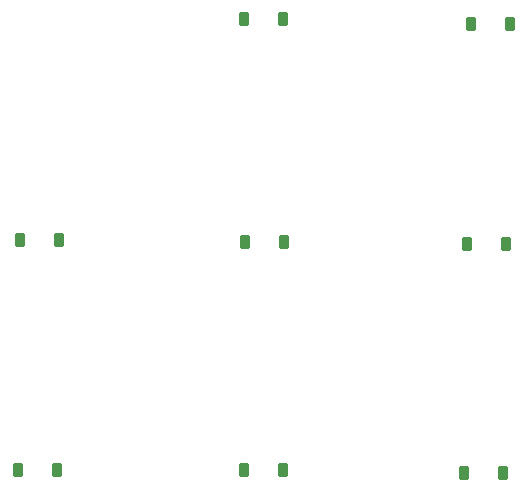
<source format=gbr>
%TF.GenerationSoftware,KiCad,Pcbnew,7.0.3*%
%TF.CreationDate,2023-06-20T13:58:59-06:00*%
%TF.ProjectId,macropad,6d616372-6f70-4616-942e-6b696361645f,rev?*%
%TF.SameCoordinates,Original*%
%TF.FileFunction,Paste,Bot*%
%TF.FilePolarity,Positive*%
%FSLAX46Y46*%
G04 Gerber Fmt 4.6, Leading zero omitted, Abs format (unit mm)*
G04 Created by KiCad (PCBNEW 7.0.3) date 2023-06-20 13:58:59*
%MOMM*%
%LPD*%
G01*
G04 APERTURE LIST*
G04 Aperture macros list*
%AMRoundRect*
0 Rectangle with rounded corners*
0 $1 Rounding radius*
0 $2 $3 $4 $5 $6 $7 $8 $9 X,Y pos of 4 corners*
0 Add a 4 corners polygon primitive as box body*
4,1,4,$2,$3,$4,$5,$6,$7,$8,$9,$2,$3,0*
0 Add four circle primitives for the rounded corners*
1,1,$1+$1,$2,$3*
1,1,$1+$1,$4,$5*
1,1,$1+$1,$6,$7*
1,1,$1+$1,$8,$9*
0 Add four rect primitives between the rounded corners*
20,1,$1+$1,$2,$3,$4,$5,0*
20,1,$1+$1,$4,$5,$6,$7,0*
20,1,$1+$1,$6,$7,$8,$9,0*
20,1,$1+$1,$8,$9,$2,$3,0*%
G04 Aperture macros list end*
%ADD10RoundRect,0.225000X-0.225000X-0.375000X0.225000X-0.375000X0.225000X0.375000X-0.225000X0.375000X0*%
G04 APERTURE END LIST*
D10*
%TO.C,D2*%
X143986000Y-118050000D03*
X147286000Y-118050000D03*
%TD*%
%TO.C,D3*%
X162598000Y-118352000D03*
X165898000Y-118352000D03*
%TD*%
%TO.C,D1*%
X124844000Y-118086000D03*
X128144000Y-118086000D03*
%TD*%
%TO.C,D5*%
X144091000Y-98746000D03*
X147391000Y-98746000D03*
%TD*%
%TO.C,D6*%
X162909000Y-98969000D03*
X166209000Y-98969000D03*
%TD*%
%TO.C,D8*%
X163198000Y-80331000D03*
X166498000Y-80331000D03*
%TD*%
%TO.C,D4*%
X125006000Y-98619000D03*
X128306000Y-98619000D03*
%TD*%
%TO.C,D7*%
X143986000Y-79871000D03*
X147286000Y-79871000D03*
%TD*%
M02*

</source>
